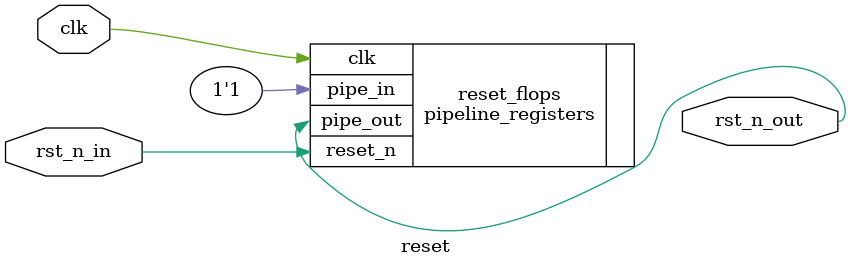
<source format=v>


module reset
  (
   input clk,       // input clock
   input rst_n_in,  // asynchronous reset from userland
   output rst_n_out // asynchronous assert/synchronous deassert chip broadcast
   );

  // You have two DFFs in series (a two stage pipe) with the input to
  // the first DFF tied to 1. When the input active low reset is
  // deasserted this asynchronously resets the DFFs. This causes the
  // second DFF to broadcast an asynchronous reset out to the whole
  // chip. However, when the input rest is asserted, the flip flops
  // are enabled, and you get a synchronous assert of the active low
  // reset to the entire chip.

  pipeline_registers
    #(
      .BIT_WIDTH(1),
      .NUMBER_OF_STAGES(2)
      )
  reset_flops
    (
     .clk(clk),           // input clk
     .reset_n(rst_n_in),  // convert to active low
     .pipe_in(1'b1),      // input is always 1
     .pipe_out(rst_n_out) // asynchronous reset output
     );

endmodule

</source>
